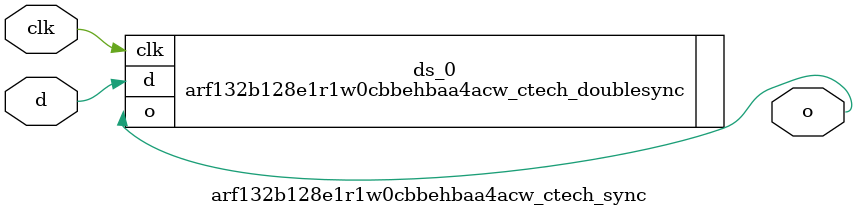
<source format=sv>

`ifndef ARF132B128E1R1W0CBBEHBAA4ACW_CTECH_SYNC_SV
`define ARF132B128E1R1W0CBBEHBAA4ACW_CTECH_SYNC_SV

module arf132b128e1r1w0cbbehbaa4acw_ctech_sync (
  input  logic  clk,
  input  logic  d,

  output logic  o
);

  arf132b128e1r1w0cbbehbaa4acw_ctech_doublesync ds_0 (.o(o), .d(d), .clk(clk));

endmodule // arf132b128e1r1w0cbbehbaa4acw_ctech_sync

`endif // ARF132B128E1R1W0CBBEHBAA4ACW_CTECH_SYNC_SV
</source>
